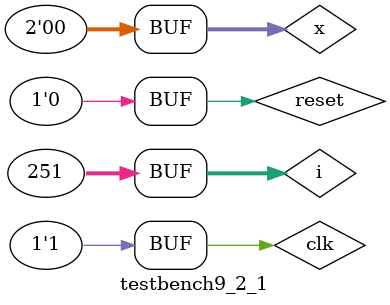
<source format=v>
`timescale 1ns / 1ps


module testbench9_2_1(

    );
    reg [1:0] x;
    reg clk, reset;
    wire yout;
    integer i;
    wire [3:0] state;
    
    FSM9_2_1 DUT (.x(x), .yout(yout), .clk(clk), .reset(reset), .state1(state));
    
    integer i;
    initial clk = 1;
    initial reset = 1;
    initial x = 0;
    initial
    begin
    for(i = 0; i < 251; i = i + 1)
        begin
        if (i % 5 == 0)
            clk = ~clk;
        if (i == 20 || i == 180)
            reset = 0;
        if (i == 170)
            reset = 1;  
        if(i == 40 || i == 100 || i == 150)
            x = 2'b11;
        if(i == 50 || i == 80 || i == 140 || i == 190)
            x = 2'b10;       
        if(i == 60 || i == 90 || i == 110 || i == 130 || i == 160 || i == 220)
            x = 2'b00;
        if(i == 120)
            x = 2'b01;
        #1 clk = clk;
         end
    end
endmodule

</source>
